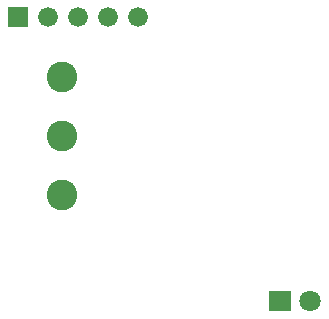
<source format=gbs>
G04 Layer: BottomSolderMaskLayer*
G04 EasyEDA v6.5.43, 2024-08-27 13:26:19*
G04 cb6e2e9fbd21486d88ae5690d2d3dc00,10*
G04 Gerber Generator version 0.2*
G04 Scale: 100 percent, Rotated: No, Reflected: No *
G04 Dimensions in millimeters *
G04 leading zeros omitted , absolute positions ,4 integer and 5 decimal *
%FSLAX45Y45*%
%MOMM*%

%AMMACRO1*4,1,8,-0.8085,-0.8382,-0.8382,-0.8082,-0.8382,0.8085,-0.8085,0.8382,0.8082,0.8382,0.8382,0.8085,0.8382,-0.8082,0.8082,-0.8382,-0.8085,-0.8382,0*%
%AMMACRO2*4,1,8,-0.871,-0.8382,-0.9007,-0.8082,-0.9007,0.8085,-0.871,0.8382,0.8707,0.8382,0.9007,0.8085,0.9007,-0.8082,0.8707,-0.8382,-0.871,-0.8382,0*%
%ADD10C,1.6764*%
%ADD11MACRO1*%
%ADD12MACRO2*%
%ADD13C,1.8016*%
%ADD14C,2.6016*%

%LPD*%
D10*
G01*
X2705100Y2654300D03*
G01*
X2451100Y2654300D03*
G01*
X2197100Y2654300D03*
G01*
X1943100Y2654300D03*
D11*
G01*
X1689100Y2654300D03*
D12*
G01*
X3911600Y254000D03*
D13*
G01*
X4165600Y254000D03*
D14*
G01*
X2065527Y1651000D03*
G01*
X2065527Y1151128D03*
G01*
X2065527Y2151126D03*
M02*

</source>
